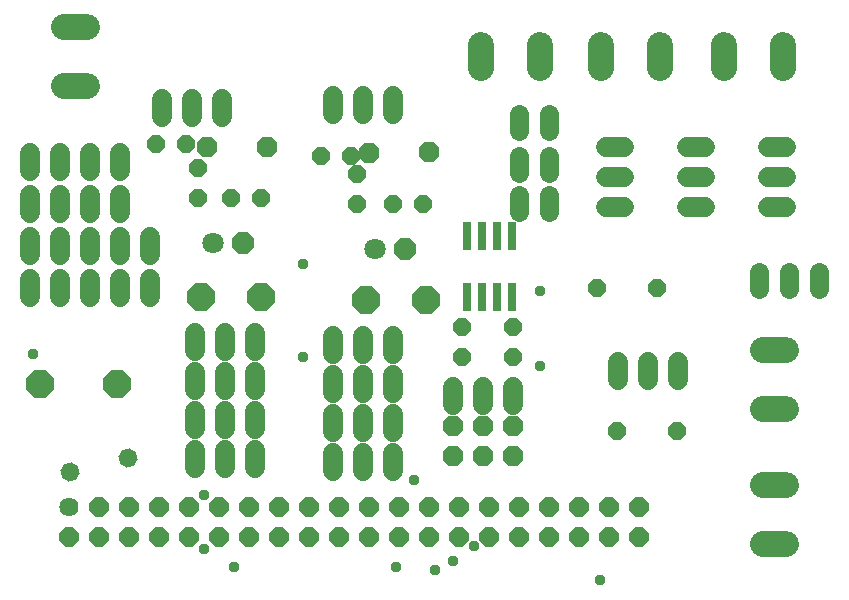
<source format=gbr>
G04 EAGLE Gerber X2 export*
%TF.Part,Single*%
%TF.FileFunction,Soldermask,Top,1*%
%TF.FilePolarity,Negative*%
%TF.GenerationSoftware,Autodesk,EAGLE,9.0.1*%
%TF.CreationDate,2018-07-06T12:17:37Z*%
G75*
%MOMM*%
%FSLAX34Y34*%
%LPD*%
%AMOC8*
5,1,8,0,0,1.08239X$1,22.5*%
G01*
%ADD10C,1.625600*%
%ADD11P,1.759533X8X22.500000*%
%ADD12C,1.727200*%
%ADD13P,1.649562X8X202.500000*%
%ADD14C,2.184400*%
%ADD15P,1.869504X8X22.500000*%
%ADD16P,2.556822X8X22.500000*%
%ADD17R,0.803200X2.403200*%
%ADD18P,1.649562X8X292.500000*%
%ADD19P,1.649562X8X22.500000*%
%ADD20P,1.649562X8X112.500000*%
%ADD21P,1.869504X8X202.500000*%
%ADD22P,1.951982X8X22.500000*%
%ADD23C,1.803400*%
%ADD24P,2.488090X8X202.500000*%
%ADD25P,1.869504X8X203.300000*%
%ADD26P,1.649562X8X215.700000*%
%ADD27C,1.625600*%
%ADD28C,0.959600*%


D10*
X68580Y91440D03*
D11*
X68580Y66040D03*
X93980Y91440D03*
X93980Y66040D03*
X119380Y91440D03*
X119380Y66040D03*
X144780Y91440D03*
X144780Y66040D03*
X170180Y91440D03*
X170180Y66040D03*
X195580Y91440D03*
X195580Y66040D03*
X220980Y91440D03*
X220980Y66040D03*
X246380Y91440D03*
X246380Y66040D03*
X271780Y91440D03*
X271780Y66040D03*
X297180Y91440D03*
X297180Y66040D03*
X322580Y91440D03*
X322580Y66040D03*
X347980Y91440D03*
X347980Y66040D03*
X373380Y91440D03*
X373380Y66040D03*
X398780Y91440D03*
X398780Y66040D03*
X424180Y91440D03*
X424180Y66040D03*
X449580Y91440D03*
X449580Y66040D03*
X474980Y91440D03*
X474980Y66040D03*
X500380Y91440D03*
X500380Y66040D03*
X525780Y91440D03*
X525780Y66040D03*
X551180Y91440D03*
X551180Y66040D03*
D12*
X35560Y375920D02*
X35560Y391160D01*
X60960Y391160D02*
X60960Y375920D01*
X86360Y375920D02*
X86360Y391160D01*
X111760Y391160D02*
X111760Y375920D01*
X35560Y355600D02*
X35560Y340360D01*
X60960Y340360D02*
X60960Y355600D01*
X86360Y355600D02*
X86360Y340360D01*
X111760Y340360D02*
X111760Y355600D01*
X35560Y320040D02*
X35560Y304800D01*
X60960Y304800D02*
X60960Y320040D01*
X86360Y320040D02*
X86360Y304800D01*
X111760Y304800D02*
X111760Y320040D01*
X137160Y320040D02*
X137160Y304800D01*
X35560Y284480D02*
X35560Y269240D01*
X60960Y269240D02*
X60960Y284480D01*
X86360Y284480D02*
X86360Y269240D01*
X111760Y269240D02*
X111760Y284480D01*
X137160Y284480D02*
X137160Y269240D01*
X583946Y213614D02*
X583946Y198374D01*
X558546Y198374D02*
X558546Y213614D01*
X533146Y213614D02*
X533146Y198374D01*
D13*
X583057Y155575D03*
X532257Y155575D03*
X566420Y276860D03*
X515620Y276860D03*
D14*
X655574Y59474D02*
X675386Y59474D01*
X675386Y109766D02*
X655574Y109766D01*
X655574Y173774D02*
X675386Y173774D01*
X675386Y224066D02*
X655574Y224066D01*
D15*
X393700Y134620D03*
X393700Y160020D03*
X419100Y134620D03*
X419100Y160020D03*
X444500Y134620D03*
X444500Y160020D03*
D12*
X175260Y139700D02*
X175260Y124460D01*
X200660Y124460D02*
X200660Y139700D01*
X226060Y139700D02*
X226060Y124460D01*
D16*
X43688Y195580D03*
X108712Y195580D03*
D12*
X175260Y172720D02*
X175260Y157480D01*
X200660Y157480D02*
X200660Y172720D01*
X226060Y172720D02*
X226060Y157480D01*
X175260Y190500D02*
X175260Y205740D01*
X200660Y205740D02*
X200660Y190500D01*
X226060Y190500D02*
X226060Y205740D01*
X175260Y223520D02*
X175260Y238760D01*
X200660Y238760D02*
X200660Y223520D01*
X226060Y223520D02*
X226060Y238760D01*
X292100Y137160D02*
X292100Y121920D01*
X317500Y121920D02*
X317500Y137160D01*
X342900Y137160D02*
X342900Y121920D01*
X292100Y154940D02*
X292100Y170180D01*
X317500Y170180D02*
X317500Y154940D01*
X342900Y154940D02*
X342900Y170180D01*
X292100Y187960D02*
X292100Y203200D01*
X317500Y203200D02*
X317500Y187960D01*
X342900Y187960D02*
X342900Y203200D01*
X292100Y220980D02*
X292100Y236220D01*
X317500Y236220D02*
X317500Y220980D01*
X342900Y220980D02*
X342900Y236220D01*
X660400Y345440D02*
X675640Y345440D01*
X675640Y370840D02*
X660400Y370840D01*
X660400Y396240D02*
X675640Y396240D01*
D14*
X672846Y462534D02*
X672846Y482346D01*
X622554Y482346D02*
X622554Y462534D01*
D12*
X607060Y345440D02*
X591820Y345440D01*
X591820Y370840D02*
X607060Y370840D01*
X607060Y396240D02*
X591820Y396240D01*
D14*
X568706Y462534D02*
X568706Y482346D01*
X518414Y482346D02*
X518414Y462534D01*
D12*
X523240Y345440D02*
X538480Y345440D01*
X538480Y370840D02*
X523240Y370840D01*
X523240Y396240D02*
X538480Y396240D01*
D14*
X467106Y462534D02*
X467106Y482346D01*
X416814Y482346D02*
X416814Y462534D01*
D17*
X430530Y320640D03*
X430530Y268640D03*
X443230Y320640D03*
X417830Y320640D03*
X405130Y320640D03*
X443230Y268640D03*
X417830Y268640D03*
X405130Y268640D03*
D14*
X83566Y497586D02*
X63754Y497586D01*
X63754Y447294D02*
X83566Y447294D01*
D18*
X401320Y243840D03*
X401320Y218440D03*
X444500Y243840D03*
X444500Y218440D03*
D12*
X147320Y421640D02*
X147320Y436880D01*
X172720Y436880D02*
X172720Y421640D01*
X198120Y421640D02*
X198120Y436880D01*
D19*
X142240Y398780D03*
X167640Y398780D03*
D20*
X177800Y353060D03*
X177800Y378460D03*
D13*
X231140Y353060D03*
X205740Y353060D03*
D21*
X236220Y396240D03*
X185420Y396240D03*
D22*
X215900Y314960D03*
D23*
X190500Y314960D03*
D24*
X231140Y269240D03*
X180340Y269240D03*
D12*
X292100Y424180D02*
X292100Y439420D01*
X317500Y439420D02*
X317500Y424180D01*
X342900Y424180D02*
X342900Y439420D01*
D19*
X281940Y388620D03*
X307340Y388620D03*
D20*
X312420Y347980D03*
X312420Y373380D03*
D13*
X368300Y347980D03*
X342900Y347980D03*
D25*
X373378Y391515D03*
X322582Y390805D03*
D22*
X353060Y309880D03*
D23*
X327660Y309880D03*
D24*
X370840Y266700D03*
X320040Y266700D03*
D12*
X393700Y193040D02*
X393700Y177800D01*
X419100Y177800D02*
X419100Y193040D01*
X444500Y193040D02*
X444500Y177800D01*
D26*
X118582Y132292D03*
X69124Y120692D03*
D27*
X449580Y373888D02*
X449580Y388112D01*
X474980Y388112D02*
X474980Y373888D01*
X474980Y355092D02*
X474980Y340868D01*
X449580Y340868D02*
X449580Y355092D01*
X474980Y409448D02*
X474980Y423672D01*
X449580Y423672D02*
X449580Y409448D01*
X703180Y289652D02*
X703180Y275428D01*
X677780Y275428D02*
X677780Y289652D01*
X652380Y289652D02*
X652380Y275428D01*
D28*
X266700Y297180D03*
X266700Y218440D03*
X467360Y274320D03*
X467360Y210820D03*
X360680Y114300D03*
X345440Y40640D03*
X182880Y101600D03*
X182880Y55880D03*
X518160Y29238D03*
X38100Y220980D03*
X208280Y40640D03*
X378460Y37366D03*
X393700Y45720D03*
X411480Y58420D03*
M02*

</source>
